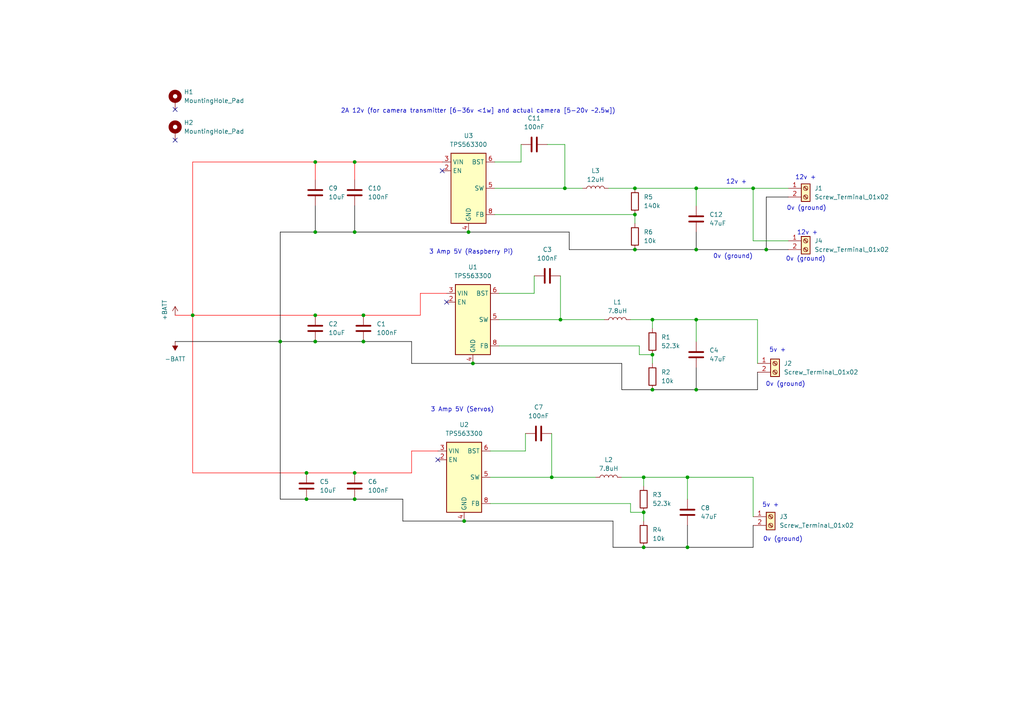
<source format=kicad_sch>
(kicad_sch (version 20231120) (generator "eeschema") (generator_version "8.0")
  (paper "A4")
  (lib_symbols
    (symbol "Connector:Screw_Terminal_01x02" (pin_names (offset 1.016) hide)
      (property "Reference" "J" (at 0 2.54 0))
      (property "Value" "Screw_Terminal_01x02" (at 0 -5.08 0))
      (symbol "Screw_Terminal_01x02_1_1"
        (rectangle (start -1.27 1.27) (end 1.27 -3.81) (stroke (width 0.254)) (fill (type background)))
        (circle (center 0 -2.54) (radius 0.635) (stroke (width 0.1524)))
        (polyline (pts (xy -0.5334 -2.2098) (xy 0.3302 -3.048)) (stroke (width 0.1524)))
        (polyline (pts (xy -0.5334 0.3302) (xy 0.3302 -0.508)) (stroke (width 0.1524)))
        (polyline (pts (xy -0.3556 -2.032) (xy 0.508 -2.8702)) (stroke (width 0.1524)))
        (polyline (pts (xy -0.3556 0.508) (xy 0.508 -0.3302)) (stroke (width 0.1524)))
        (circle (center 0 0) (radius 0.635) (stroke (width 0.1524)))
        (pin passive line (at -5.08 0 0) (length 3.81) (name "Pin_1") (number "1"))
        (pin passive line (at -5.08 -2.54 0) (length 3.81) (name "Pin_2") (number "2"))
      )
    )
    (symbol "Device:C" (pin_numbers hide) (pin_names (offset 0.254))
      (property "Reference" "C" (at 0.635 2.54 0))
      (property "Value" "C" (at 0.635 -2.54 0))
      (symbol "C_0_1"
        (polyline (pts (xy -2.032 -0.762) (xy 2.032 -0.762)) (stroke (width 0.508)))
        (polyline (pts (xy -2.032 0.762) (xy 2.032 0.762)) (stroke (width 0.508)))
      )
      (symbol "C_1_1"
        (pin passive line (at 0 3.81 270) (length 2.794) (name "~") (number "1"))
        (pin passive line (at 0 -3.81 90) (length 2.794) (name "~") (number "2"))
      )
    )
    (symbol "Device:L" (pin_numbers hide) (pin_names (offset 1.016) hide)
      (property "Reference" "L" (at -1.27 0 90))
      (property "Value" "L" (at 1.905 0 90))
      (symbol "L_0_1"
        (arc (start 0 -2.54) (mid 0.6323 -1.905) (end 0 -1.27))
        (arc (start 0 -1.27) (mid 0.6323 -0.635) (end 0 0))
        (arc (start 0 0) (mid 0.6323 0.635) (end 0 1.27))
        (arc (start 0 1.27) (mid 0.6323 1.905) (end 0 2.54))
      )
      (symbol "L_1_1"
        (pin passive line (at 0 3.81 270) (length 1.27) (name "1") (number "1"))
        (pin passive line (at 0 -3.81 90) (length 1.27) (name "2") (number "2"))
      )
    )
    (symbol "Device:R" (pin_numbers hide) (pin_names (offset 0))
      (property "Reference" "R" (at 2.032 0 90))
      (property "Value" "R" (at 0 0 90))
      (symbol "R_0_1"
        (rectangle (start -1.016 -2.54) (end 1.016 2.54) (stroke (width 0.254)))
      )
      (symbol "R_1_1"
        (pin passive line (at 0 3.81 270) (length 1.27) (name "~") (number "1"))
        (pin passive line (at 0 -3.81 90) (length 1.27) (name "~") (number "2"))
      )
    )
    (symbol "Mechanical:MountingHole_Pad" (pin_numbers hide) (pin_names (offset 1.016) hide) (exclude_from_sim yes) (in_bom no)
      (property "Reference" "H" (at 0 6.35 0))
      (property "Value" "MountingHole_Pad" (at 0 4.445 0))
      (symbol "MountingHole_Pad_0_1"
        (circle (center 0 1.27) (radius 1.27) (stroke (width 1.27)))
      )
      (symbol "MountingHole_Pad_1_1"
        (pin input line (at 0 -2.54 90) (length 2.54) (name "1") (number "1"))
      )
    )
    (symbol "Regulator_Switching:TPS563300"
      (property "Reference" "U" (at 0 13.97 0))
      (property "Value" "TPS563300" (at 0 11.43 0))
      (symbol "TPS563300_0_1"
        (rectangle (start -5.08 10.16) (end 5.08 -10.16) (stroke (width 0.254)) (fill (type background)))
      )
      (symbol "TPS563300_1_1"
        (pin no_connect line (at -5.08 -5.08 0) (length 2.54) hide (name "NC") (number "1"))
        (pin input line (at -7.62 5.08 0) (length 2.54) (name "EN") (number "2"))
        (pin power_in line (at -7.62 7.62 0) (length 2.54) (name "VIN") (number "3"))
        (pin power_in line (at 0 -12.7 90) (length 2.54) (name "GND") (number "4"))
        (pin output line (at 7.62 0 180) (length 2.54) (name "SW") (number "5"))
        (pin passive line (at 7.62 7.62 180) (length 2.54) (name "BST") (number "6"))
        (pin no_connect line (at -5.08 -2.54 0) (length 2.54) hide (name "NC") (number "7"))
        (pin input line (at 7.62 -7.62 180) (length 2.54) (name "FB") (number "8"))
      )
    )
    (symbol "power:+BATT" (power) (pin_numbers hide) (pin_names (offset 0) hide)
      (property "Value" "+BATT" (at 0 3.556 0))
      (symbol "+BATT_0_1"
        (polyline (pts (xy -0.762 1.27) (xy 0 2.54)))
        (polyline (pts (xy 0 0) (xy 0 2.54)))
        (polyline (pts (xy 0 2.54) (xy 0.762 1.27)))
      )
      (symbol "+BATT_1_1"
        (pin power_in line (at 0 0 90) (length 0) (name "~") (number "1"))
      )
    )
    (symbol "power:-BATT" (power) (pin_numbers hide) (pin_names (offset 0) hide)
      (property "Value" "-BATT" (at 0 3.556 0))
      (symbol "-BATT_0_1"
        (polyline (pts (xy 0 0) (xy 0 2.54)))
        (polyline (pts (xy 0.762 1.27) (xy -0.762 1.27) (xy 0 2.54) (xy 0.762 1.27)) (fill (type outline)))
      )
      (symbol "-BATT_1_1"
        (pin power_in line (at 0 0 90) (length 0) (name "~") (number "1"))
      )
    )
  )
  (junction (at 163.83 54.61))
  (junction (at 186.69 138.43))
  (junction (at 135.89 67.31))
  (junction (at 189.23 102.87))
  (junction (at 189.23 113.03))
  (junction (at 55.88 91.44))
  (junction (at 201.93 113.03))
  (junction (at 91.44 67.31))
  (junction (at 199.39 158.75))
  (junction (at 91.44 91.44))
  (junction (at 105.41 99.06))
  (junction (at 88.9 137.16))
  (junction (at 81.28 99.06))
  (junction (at 186.69 158.75))
  (junction (at 222.25 72.39))
  (junction (at 160.02 138.43))
  (junction (at 184.15 54.61))
  (junction (at 201.93 54.61))
  (junction (at 201.93 92.71))
  (junction (at 184.15 72.39))
  (junction (at 137.16 105.41))
  (junction (at 91.44 46.99))
  (junction (at 218.44 54.61))
  (junction (at 105.41 91.44))
  (junction (at 102.87 137.16))
  (junction (at 102.87 46.99))
  (junction (at 102.87 144.78))
  (junction (at 88.9 144.78))
  (junction (at 199.39 138.43))
  (junction (at 91.44 99.06))
  (junction (at 186.69 148.59))
  (junction (at 102.87 67.31))
  (junction (at 184.15 62.23))
  (junction (at 201.93 72.39))
  (junction (at 162.56 92.71))
  (junction (at 189.23 92.71))
  (junction (at 134.62 151.13))
  (no_connect (at 50.8 31.75))
  (no_connect (at 127 133.35))
  (no_connect (at 128.27 49.53))
  (no_connect (at 50.8 40.64))
  (no_connect (at 129.54 87.63))
  (wire (pts (xy 116.84 144.78) (xy 116.84 151.13)) (stroke (width 0) (color 0 0 0 1)))
  (wire (pts (xy 162.56 92.71) (xy 175.26 92.71)))
  (wire (pts (xy 218.44 54.61) (xy 228.6 54.61)))
  (wire (pts (xy 143.51 54.61) (xy 163.83 54.61)))
  (wire (pts (xy 128.27 46.99) (xy 102.87 46.99)) (stroke (width 0) (color 255 0 0 1)))
  (wire (pts (xy 81.28 67.31) (xy 81.28 99.06)) (stroke (width 0) (color 0 0 0 1)))
  (wire (pts (xy 119.38 137.16) (xy 119.38 130.81)) (stroke (width 0) (color 255 0 0 1)))
  (wire (pts (xy 189.23 113.03) (xy 201.93 113.03)) (stroke (width 0) (color 0 0 0 1)))
  (wire (pts (xy 143.51 46.99) (xy 151.13 46.99)))
  (wire (pts (xy 182.88 92.71) (xy 189.23 92.71)))
  (wire (pts (xy 105.41 91.44) (xy 121.92 91.44)) (stroke (width 0) (color 255 0 0 1)))
  (wire (pts (xy 144.78 85.09) (xy 154.94 85.09)))
  (wire (pts (xy 137.16 105.41) (xy 180.34 105.41)) (stroke (width 0) (color 0 0 0 1)))
  (wire (pts (xy 163.83 54.61) (xy 168.91 54.61)))
  (wire (pts (xy 201.93 72.39) (xy 222.25 72.39)) (stroke (width 0) (color 0 0 0 1)))
  (wire (pts (xy 201.93 67.31) (xy 201.93 72.39)) (stroke (width 0) (color 0 0 0 1)))
  (wire (pts (xy 177.8 158.75) (xy 186.69 158.75)) (stroke (width 0) (color 0 0 0 1)))
  (wire (pts (xy 222.25 72.39) (xy 228.6 72.39)) (stroke (width 0) (color 0 0 0 1)))
  (wire (pts (xy 50.8 99.06) (xy 81.28 99.06)) (stroke (width 0) (color 0 0 0 1)))
  (wire (pts (xy 81.28 144.78) (xy 88.9 144.78)) (stroke (width 0) (color 0 0 0 1)))
  (wire (pts (xy 81.28 99.06) (xy 91.44 99.06)) (stroke (width 0) (color 0 0 0 1)))
  (wire (pts (xy 158.75 41.91) (xy 163.83 41.91)))
  (wire (pts (xy 81.28 67.31) (xy 91.44 67.31)) (stroke (width 0) (color 0 0 0 1)))
  (wire (pts (xy 102.87 46.99) (xy 91.44 46.99)) (stroke (width 0) (color 255 0 0 1)))
  (wire (pts (xy 185.42 100.33) (xy 185.42 102.87)))
  (wire (pts (xy 102.87 59.69) (xy 102.87 67.31)) (stroke (width 0) (color 0 0 0 1)))
  (wire (pts (xy 160.02 138.43) (xy 172.72 138.43)))
  (wire (pts (xy 91.44 99.06) (xy 105.41 99.06)) (stroke (width 0) (color 0 0 0 1)))
  (wire (pts (xy 144.78 92.71) (xy 162.56 92.71)))
  (wire (pts (xy 222.25 72.39) (xy 222.25 57.15)) (stroke (width 0) (color 0 0 0 1)))
  (wire (pts (xy 152.4 130.81) (xy 152.4 125.73)))
  (wire (pts (xy 162.56 92.71) (xy 162.56 80.01)))
  (wire (pts (xy 201.93 113.03) (xy 219.71 113.03)) (stroke (width 0) (color 0 0 0 1)))
  (wire (pts (xy 218.44 152.4) (xy 218.44 158.75)) (stroke (width 0) (color 0 0 0 1)))
  (wire (pts (xy 88.9 137.16) (xy 102.87 137.16)) (stroke (width 0) (color 255 0 0 1)))
  (wire (pts (xy 55.88 91.44) (xy 55.88 137.16)) (stroke (width 0) (color 255 0 0 1)))
  (wire (pts (xy 201.93 106.68) (xy 201.93 113.03)) (stroke (width 0) (color 0 0 0 1)))
  (wire (pts (xy 199.39 138.43) (xy 199.39 144.78)))
  (wire (pts (xy 142.24 138.43) (xy 160.02 138.43)))
  (wire (pts (xy 165.1 67.31) (xy 135.89 67.31)) (stroke (width 0) (color 0 0 0 1)))
  (wire (pts (xy 55.88 91.44) (xy 55.88 46.99)) (stroke (width 0) (color 255 0 0 1)))
  (wire (pts (xy 186.69 158.75) (xy 199.39 158.75)) (stroke (width 0) (color 0 0 0 1)))
  (wire (pts (xy 91.44 91.44) (xy 105.41 91.44)) (stroke (width 0) (color 255 0 0 1)))
  (wire (pts (xy 119.38 99.06) (xy 119.38 105.41)) (stroke (width 0) (color 0 0 0 1)))
  (wire (pts (xy 144.78 100.33) (xy 185.42 100.33)))
  (wire (pts (xy 143.51 62.23) (xy 184.15 62.23)))
  (wire (pts (xy 119.38 130.81) (xy 127 130.81)) (stroke (width 0) (color 255 0 0 1)))
  (wire (pts (xy 105.41 99.06) (xy 119.38 99.06)) (stroke (width 0) (color 0 0 0 1)))
  (wire (pts (xy 201.93 54.61) (xy 218.44 54.61)))
  (wire (pts (xy 151.13 46.99) (xy 151.13 41.91)))
  (wire (pts (xy 186.69 148.59) (xy 186.69 151.13)))
  (wire (pts (xy 189.23 92.71) (xy 201.93 92.71)))
  (wire (pts (xy 199.39 158.75) (xy 218.44 158.75)) (stroke (width 0) (color 0 0 0 1)))
  (wire (pts (xy 50.8 91.44) (xy 55.88 91.44)) (stroke (width 0) (color 255 0 0 1)))
  (wire (pts (xy 142.24 130.81) (xy 152.4 130.81)))
  (wire (pts (xy 142.24 146.05) (xy 182.88 146.05)))
  (wire (pts (xy 102.87 67.31) (xy 135.89 67.31)) (stroke (width 0) (color 0 0 0 1)))
  (wire (pts (xy 176.53 54.61) (xy 184.15 54.61)))
  (wire (pts (xy 102.87 144.78) (xy 116.84 144.78)) (stroke (width 0) (color 0 0 0 1)))
  (wire (pts (xy 186.69 138.43) (xy 199.39 138.43)))
  (wire (pts (xy 81.28 99.06) (xy 81.28 144.78)) (stroke (width 0) (color 0 0 0 1)))
  (wire (pts (xy 180.34 138.43) (xy 186.69 138.43)))
  (wire (pts (xy 184.15 72.39) (xy 201.93 72.39)) (stroke (width 0) (color 0 0 0 1)))
  (wire (pts (xy 180.34 113.03) (xy 189.23 113.03)) (stroke (width 0) (color 0 0 0 1)))
  (wire (pts (xy 222.25 57.15) (xy 228.6 57.15)) (stroke (width 0) (color 0 0 0 1)))
  (wire (pts (xy 55.88 91.44) (xy 91.44 91.44)) (stroke (width 0) (color 255 0 0 1)))
  (wire (pts (xy 189.23 102.87) (xy 189.23 105.41)))
  (wire (pts (xy 219.71 107.95) (xy 219.71 113.03)) (stroke (width 0) (color 0 0 0 1)))
  (wire (pts (xy 182.88 146.05) (xy 182.88 148.59)))
  (wire (pts (xy 199.39 138.43) (xy 218.44 138.43)))
  (wire (pts (xy 184.15 62.23) (xy 184.15 64.77)))
  (wire (pts (xy 201.93 92.71) (xy 201.93 99.06)))
  (wire (pts (xy 218.44 138.43) (xy 218.44 149.86)))
  (wire (pts (xy 102.87 46.99) (xy 102.87 52.07)) (stroke (width 0) (color 255 0 0 1)))
  (wire (pts (xy 165.1 72.39) (xy 165.1 67.31)) (stroke (width 0) (color 0 0 0 1)))
  (wire (pts (xy 184.15 54.61) (xy 201.93 54.61)))
  (wire (pts (xy 182.88 148.59) (xy 186.69 148.59)))
  (wire (pts (xy 201.93 54.61) (xy 201.93 59.69)))
  (wire (pts (xy 102.87 137.16) (xy 119.38 137.16)) (stroke (width 0) (color 255 0 0 1)))
  (wire (pts (xy 163.83 41.91) (xy 163.83 54.61)))
  (wire (pts (xy 218.44 69.85) (xy 228.6 69.85)))
  (wire (pts (xy 177.8 151.13) (xy 177.8 158.75)) (stroke (width 0) (color 0 0 0 1)))
  (wire (pts (xy 185.42 102.87) (xy 189.23 102.87)))
  (wire (pts (xy 91.44 67.31) (xy 102.87 67.31)) (stroke (width 0) (color 0 0 0 1)))
  (wire (pts (xy 88.9 144.78) (xy 102.87 144.78)) (stroke (width 0) (color 0 0 0 1)))
  (wire (pts (xy 119.38 105.41) (xy 137.16 105.41)) (stroke (width 0) (color 0 0 0 1)))
  (wire (pts (xy 134.62 151.13) (xy 177.8 151.13)) (stroke (width 0) (color 0 0 0 1)))
  (wire (pts (xy 219.71 92.71) (xy 219.71 105.41)))
  (wire (pts (xy 218.44 54.61) (xy 218.44 69.85)))
  (wire (pts (xy 160.02 138.43) (xy 160.02 125.73)))
  (wire (pts (xy 121.92 91.44) (xy 121.92 85.09)) (stroke (width 0) (color 255 0 0 1)))
  (wire (pts (xy 121.92 85.09) (xy 129.54 85.09)) (stroke (width 0) (color 255 0 0 1)))
  (wire (pts (xy 186.69 140.97) (xy 186.69 138.43)))
  (wire (pts (xy 55.88 46.99) (xy 91.44 46.99)) (stroke (width 0) (color 255 0 0 1)))
  (wire (pts (xy 201.93 92.71) (xy 219.71 92.71)))
  (wire (pts (xy 154.94 85.09) (xy 154.94 80.01)))
  (wire (pts (xy 189.23 95.25) (xy 189.23 92.71)))
  (wire (pts (xy 91.44 46.99) (xy 91.44 52.07)) (stroke (width 0) (color 255 0 0 1)))
  (wire (pts (xy 180.34 105.41) (xy 180.34 113.03)) (stroke (width 0) (color 0 0 0 1)))
  (wire (pts (xy 88.9 137.16) (xy 55.88 137.16)) (stroke (width 0) (color 255 0 0 1)))
  (wire (pts (xy 116.84 151.13) (xy 134.62 151.13)) (stroke (width 0) (color 0 0 0 1)))
  (wire (pts (xy 184.15 72.39) (xy 165.1 72.39)) (stroke (width 0) (color 0 0 0 1)))
  (wire (pts (xy 199.39 152.4) (xy 199.39 158.75)) (stroke (width 0) (color 0 0 0 1)))
  (wire (pts (xy 91.44 59.69) (xy 91.44 67.31)) (stroke (width 0) (color 0 0 0 1)))
  (text "0v (ground)" (at 227.838 111.506 0) (effects (font (size 1.27 1.27))))
  (text "12v +\n" (at 233.68 51.562 0) (effects (font (size 1.27 1.27))))
  (text "0v (ground)" (at 233.934 60.452 0) (effects (font (size 1.27 1.27))))
  (text "3 Amp 5V (Raspberry Pi)" (at 136.652 73.152 0) (effects (font (size 1.27 1.27))))
  (text "12v +\n" (at 234.188 67.564 0) (effects (font (size 1.27 1.27))))
  (text "5v +" (at 225.552 101.6 0) (effects (font (size 1.27 1.27))))
  (text "3 Amp 5V (Servos)" (at 134.112 118.872 0) (effects (font (size 1.27 1.27))))
  (text "12v +\n" (at 213.614 52.832 0) (effects (font (size 1.27 1.27))))
  (text "5v +" (at 223.52 146.558 0) (effects (font (size 1.27 1.27))))
  (text "0v (ground)" (at 227.076 156.464 0) (effects (font (size 1.27 1.27))))
  (text "0v (ground)" (at 212.598 74.422 0) (effects (font (size 1.27 1.27))))
  (text "2A 12v (for camera transmitter [6-36v <1w] and actual camera [5-20v ~2.5w])" (at 138.684 32.258 0) (effects (font (size 1.27 1.27))))
  (text "0v (ground)" (at 233.68 75.184 0) (effects (font (size 1.27 1.27))))
  (symbol (lib_id "Device:R") (at 184.15 68.58 0) (unit 1)
    (property "Reference" "R6" (at 186.69 67.3099 0) (effects (justify left)))
    (property "Value" "10k" (at 186.69 69.8499 0) (effects (justify left)))
    (property "Footprint" "Resistor_SMD:R_0603_1608Metric" (effects (hide yes)))
    (property "Description" "Resistor" (effects (hide yes)))
  )
  (symbol (lib_id "Device:C") (at 102.87 140.97 0) (unit 1)
    (property "Reference" "C6" (at 106.68 139.6999 0) (effects (justify left)))
    (property "Value" "100nF" (at 106.68 142.2399 0) (effects (justify left)))
    (property "Footprint" "Capacitor_SMD:C_0603_1608Metric" (effects (hide yes)))
    (property "Description" "Unpolarized capacitor" (effects (hide yes)))
  )
  (symbol (lib_id "Device:C") (at 201.93 102.87 0) (unit 1)
    (property "Reference" "C4" (at 205.74 101.5999 0) (effects (justify left)))
    (property "Value" "47uF" (at 205.74 104.1399 0) (effects (justify left)))
    (property "Footprint" "Capacitor_SMD:C_1210_3225Metric" (effects (hide yes)))
    (property "Description" "Unpolarized capacitor" (effects (hide yes)))
  )
  (symbol (lib_id "Device:C") (at 91.44 55.88 0) (unit 1)
    (property "Reference" "C9" (at 95.25 54.6099 0) (effects (justify left)))
    (property "Value" "10uF" (at 95.25 57.1499 0) (effects (justify left)))
    (property "Footprint" "Capacitor_SMD:C_1206_3216Metric" (effects (hide yes)))
    (property "Description" "Unpolarized capacitor" (effects (hide yes)))
  )
  (symbol (lib_id "Connector:Screw_Terminal_01x02") (at 224.79 105.41 0) (unit 1)
    (property "Reference" "J2" (at 227.33 105.4099 0) (effects (justify left)))
    (property "Value" "Screw_Terminal_01x02" (at 227.33 107.9499 0) (effects (justify left)))
    (property "Footprint" "Connector_TE_Terminal-Block:TE_282837-2" (effects (hide yes)))
    (property "Description" "Generic screw terminal, single row, 01x02, script generated (kicad-library-utils/schlib/autogen/connector/)" (effects (hide yes)))
  )
  (symbol (lib_id "Device:C") (at 154.94 41.91 90) (unit 1)
    (property "Reference" "C11" (at 154.94 34.29 90))
    (property "Value" "100nF" (at 154.94 36.83 90))
    (property "Footprint" "Capacitor_SMD:C_0603_1608Metric" (effects (hide yes)))
    (property "Description" "Unpolarized capacitor" (effects (hide yes)))
  )
  (symbol (lib_id "Device:R") (at 186.69 154.94 0) (unit 1)
    (property "Reference" "R4" (at 189.23 153.6699 0) (effects (justify left)))
    (property "Value" "10k" (at 189.23 156.2099 0) (effects (justify left)))
    (property "Footprint" "Resistor_SMD:R_0603_1608Metric" (effects (hide yes)))
    (property "Description" "Resistor" (effects (hide yes)))
  )
  (symbol (lib_id "Device:C") (at 199.39 148.59 0) (unit 1)
    (property "Reference" "C8" (at 203.2 147.3199 0) (effects (justify left)))
    (property "Value" "47uF" (at 203.2 149.8599 0) (effects (justify left)))
    (property "Footprint" "Capacitor_SMD:C_1210_3225Metric" (effects (hide yes)))
    (property "Description" "Unpolarized capacitor" (effects (hide yes)))
  )
  (symbol (lib_id "Device:R") (at 189.23 99.06 0) (unit 1)
    (property "Reference" "R1" (at 191.77 97.7899 0) (effects (justify left)))
    (property "Value" "52.3k" (at 191.77 100.3299 0) (effects (justify left)))
    (property "Footprint" "Resistor_SMD:R_0603_1608Metric" (effects (hide yes)))
    (property "Description" "Resistor" (effects (hide yes)))
  )
  (symbol (lib_id "Connector:Screw_Terminal_01x02") (at 223.52 149.86 0) (unit 1)
    (property "Reference" "J3" (at 226.06 149.8599 0) (effects (justify left)))
    (property "Value" "Screw_Terminal_01x02" (at 226.06 152.3999 0) (effects (justify left)))
    (property "Footprint" "Connector_TE_Terminal-Block:TE_282837-2" (effects (hide yes)))
    (property "Description" "Generic screw terminal, single row, 01x02, script generated (kicad-library-utils/schlib/autogen/connector/)" (effects (hide yes)))
  )
  (symbol (lib_id "Connector:Screw_Terminal_01x02") (at 233.68 54.61 0) (unit 1)
    (property "Reference" "J1" (at 236.22 54.6099 0) (effects (justify left)))
    (property "Value" "Screw_Terminal_01x02" (at 236.22 57.1499 0) (effects (justify left)))
    (property "Footprint" "Connector_TE_Terminal-Block:TE_282837-2" (effects (hide yes)))
    (property "Description" "Generic screw terminal, single row, 01x02, script generated (kicad-library-utils/schlib/autogen/connector/)" (effects (hide yes)))
  )
  (symbol (lib_id "Device:R") (at 184.15 58.42 0) (unit 1)
    (property "Reference" "R5" (at 186.69 57.1499 0) (effects (justify left)))
    (property "Value" "140k" (at 186.69 59.6899 0) (effects (justify left)))
    (property "Footprint" "Resistor_SMD:R_0603_1608Metric" (effects (hide yes)))
    (property "Description" "Resistor" (effects (hide yes)))
  )
  (symbol (lib_id "Device:C") (at 102.87 55.88 0) (unit 1)
    (property "Reference" "C10" (at 106.68 54.6099 0) (effects (justify left)))
    (property "Value" "100nF" (at 106.68 57.1499 0) (effects (justify left)))
    (property "Footprint" "Capacitor_SMD:C_0603_1608Metric" (effects (hide yes)))
    (property "Description" "Unpolarized capacitor" (effects (hide yes)))
  )
  (symbol (lib_id "Mechanical:MountingHole_Pad") (at 50.8 29.21 0) (unit 1) (exclude_from_sim yes) (in_bom no)
    (property "Reference" "H1" (at 53.34 26.6699 0) (effects (justify left)))
    (property "Value" "MountingHole_Pad" (at 53.34 29.2099 0) (effects (justify left)))
    (property "Footprint" "MountingHole:MountingHole_3mm_Pad_Via" (effects (hide yes)))
    (property "Description" "Mounting Hole with connection" (effects (hide yes)))
  )
  (symbol (lib_id "Regulator_Switching:TPS563300") (at 135.89 54.61 0) (unit 1)
    (property "Reference" "U3" (at 135.89 39.37 0))
    (property "Value" "TPS563300" (at 135.89 41.91 0))
    (property "Footprint" "Package_TO_SOT_SMD:SOT-583-8" (effects (hide yes)))
    (property "Datasheet" "https://www.ti.com/lit/ds/symlink/tps563300.pdf" (effects (hide yes)))
    (property "Description" "3.8-28V, 3A Synchronous Buck Converters with pulse frequency modulation (PFM), SOT583-8" (effects (hide yes)))
  )
  (symbol (lib_id "Mechanical:MountingHole_Pad") (at 50.8 38.1 0) (unit 1) (exclude_from_sim yes) (in_bom no)
    (property "Reference" "H2" (at 53.34 35.5599 0) (effects (justify left)))
    (property "Value" "MountingHole_Pad" (at 53.34 38.0999 0) (effects (justify left)))
    (property "Footprint" "MountingHole:MountingHole_3mm_Pad_Via" (effects (hide yes)))
    (property "Description" "Mounting Hole with connection" (effects (hide yes)))
  )
  (symbol (lib_id "Device:R") (at 189.23 109.22 0) (unit 1)
    (property "Reference" "R2" (at 191.77 107.9499 0) (effects (justify left)))
    (property "Value" "10k" (at 191.77 110.4899 0) (effects (justify left)))
    (property "Footprint" "Resistor_SMD:R_0603_1608Metric" (effects (hide yes)))
    (property "Description" "Resistor" (effects (hide yes)))
  )
  (symbol (lib_id "Device:L") (at 179.07 92.71 90) (unit 1)
    (property "Reference" "L1" (at 179.07 87.63 90))
    (property "Value" "7.8uH" (at 179.07 90.17 90))
    (property "Footprint" "Inductor_SMD:L_Wuerth_HCI-1050" (effects (hide yes)))
    (property "Datasheet" "https://www.we-online.com/components/products/datasheet/744325780.pdf" (effects (hide yes)))
    (property "Description" "Inductor" (effects (hide yes)))
  )
  (symbol (lib_id "Device:L") (at 176.53 138.43 90) (unit 1)
    (property "Reference" "L2" (at 176.53 133.35 90))
    (property "Value" "7.8uH" (at 176.53 135.89 90))
    (property "Footprint" "Inductor_SMD:L_Wuerth_HCI-1050" (effects (hide yes)))
    (property "Datasheet" "https://www.we-online.com/components/products/datasheet/744325780.pdf" (effects (hide yes)))
    (property "Description" "Inductor" (effects (hide yes)))
  )
  (symbol (lib_id "Device:C") (at 158.75 80.01 90) (unit 1)
    (property "Reference" "C3" (at 158.75 72.39 90))
    (property "Value" "100nF" (at 158.75 74.93 90))
    (property "Footprint" "Capacitor_SMD:C_0603_1608Metric" (effects (hide yes)))
    (property "Description" "Unpolarized capacitor" (effects (hide yes)))
  )
  (symbol (lib_id "Device:C") (at 105.41 95.25 0) (unit 1)
    (property "Reference" "C1" (at 109.22 93.9799 0) (effects (justify left)))
    (property "Value" "100nF" (at 109.22 96.5199 0) (effects (justify left)))
    (property "Footprint" "Capacitor_SMD:C_0603_1608Metric" (effects (hide yes)))
    (property "Description" "Unpolarized capacitor" (effects (hide yes)))
  )
  (symbol (lib_id "Regulator_Switching:TPS563300") (at 137.16 92.71 0) (unit 1)
    (property "Reference" "U1" (at 137.16 77.47 0))
    (property "Value" "TPS563300" (at 137.16 80.01 0))
    (property "Footprint" "Package_TO_SOT_SMD:SOT-583-8" (effects (hide yes)))
    (property "Datasheet" "https://www.ti.com/lit/ds/symlink/tps563300.pdf" (effects (hide yes)))
    (property "Description" "3.8-28V, 3A Synchronous Buck Converters with pulse frequency modulation (PFM), SOT583-8" (effects (hide yes)))
  )
  (symbol (lib_id "Device:C") (at 156.21 125.73 90) (unit 1)
    (property "Reference" "C7" (at 156.21 118.11 90))
    (property "Value" "100nF" (at 156.21 120.65 90))
    (property "Footprint" "Capacitor_SMD:C_0603_1608Metric" (effects (hide yes)))
    (property "Description" "Unpolarized capacitor" (effects (hide yes)))
  )
  (symbol (lib_id "Device:C") (at 88.9 140.97 0) (unit 1)
    (property "Reference" "C5" (at 92.71 139.6999 0) (effects (justify left)))
    (property "Value" "10uF" (at 92.71 142.2399 0) (effects (justify left)))
    (property "Footprint" "Capacitor_SMD:C_1206_3216Metric" (effects (hide yes)))
    (property "Description" "Unpolarized capacitor" (effects (hide yes)))
  )
  (symbol (lib_id "power:-BATT") (at 50.8 99.06 180) (unit 1)
    (property "Reference" "#PWR02" (effects (hide yes)))
    (property "Value" "-BATT" (at 50.8 104.14 0))
    (property "Description" "Power symbol creates a global label with name \"-BATT\"" (effects (hide yes)))
  )
  (symbol (lib_id "Device:C") (at 91.44 95.25 0) (unit 1)
    (property "Reference" "C2" (at 95.25 93.9799 0) (effects (justify left)))
    (property "Value" "10uF" (at 95.25 96.5199 0) (effects (justify left)))
    (property "Footprint" "Capacitor_SMD:C_1206_3216Metric" (effects (hide yes)))
    (property "Description" "Unpolarized capacitor" (effects (hide yes)))
  )
  (symbol (lib_id "Regulator_Switching:TPS563300") (at 134.62 138.43 0) (unit 1)
    (property "Reference" "U2" (at 134.62 123.19 0))
    (property "Value" "TPS563300" (at 134.62 125.73 0))
    (property "Footprint" "Package_TO_SOT_SMD:SOT-583-8" (effects (hide yes)))
    (property "Datasheet" "https://www.ti.com/lit/ds/symlink/tps563300.pdf" (effects (hide yes)))
    (property "Description" "3.8-28V, 3A Synchronous Buck Converters with pulse frequency modulation (PFM), SOT583-8" (effects (hide yes)))
  )
  (symbol (lib_id "Device:R") (at 186.69 144.78 0) (unit 1)
    (property "Reference" "R3" (at 189.23 143.5099 0) (effects (justify left)))
    (property "Value" "52.3k" (at 189.23 146.0499 0) (effects (justify left)))
    (property "Footprint" "Resistor_SMD:R_0603_1608Metric" (effects (hide yes)))
    (property "Description" "Resistor" (effects (hide yes)))
  )
  (symbol (lib_id "Device:L") (at 172.72 54.61 90) (unit 1)
    (property "Reference" "L3" (at 172.72 49.53 90))
    (property "Value" "12uH" (at 172.72 52.07 90))
    (property "Footprint" "Inductor_Coilcraft:IND_XGL6060_COC" (effects (hide yes)))
    (property "Datasheet" "https://www.coilcraft.com/getmedia/329fe97c-7311-4726-9bf3-37718f42b168/xgl6060.pdf" (effects (hide yes)))
    (property "Description" "Inductor (https://www.digikey.com/en/products/detail/coilcraft/XGL6060-123MEC/15794290)" (effects (hide yes)))
  )
  (symbol (lib_id "Connector:Screw_Terminal_01x02") (at 233.68 69.85 0) (unit 1)
    (property "Reference" "J4" (at 236.22 69.8499 0) (effects (justify left)))
    (property "Value" "Screw_Terminal_01x02" (at 236.22 72.3899 0) (effects (justify left)))
    (property "Footprint" "Connector_TE_Terminal-Block:TE_282837-2" (effects (hide yes)))
    (property "Description" "Generic screw terminal, single row, 01x02, script generated (kicad-library-utils/schlib/autogen/connector/)" (effects (hide yes)))
  )
  (symbol (lib_id "power:+BATT") (at 50.8 91.44 0) (unit 1)
    (property "Reference" "#PWR01" (effects (hide yes)))
    (property "Value" "+BATT" (at 47.752 92.964 90) (effects (justify left)))
    (property "Description" "Power symbol creates a global label with name \"+BATT\"" (effects (hide yes)))
  )
  (symbol (lib_id "Device:C") (at 201.93 63.5 0) (unit 1)
    (property "Reference" "C12" (at 205.74 62.2299 0) (effects (justify left)))
    (property "Value" "47uF" (at 205.74 64.7699 0) (effects (justify left)))
    (property "Footprint" "Capacitor_SMD:C_1210_3225Metric" (effects (hide yes)))
    (property "Description" "Unpolarized capacitor" (effects (hide yes)))
  )
)
</source>
